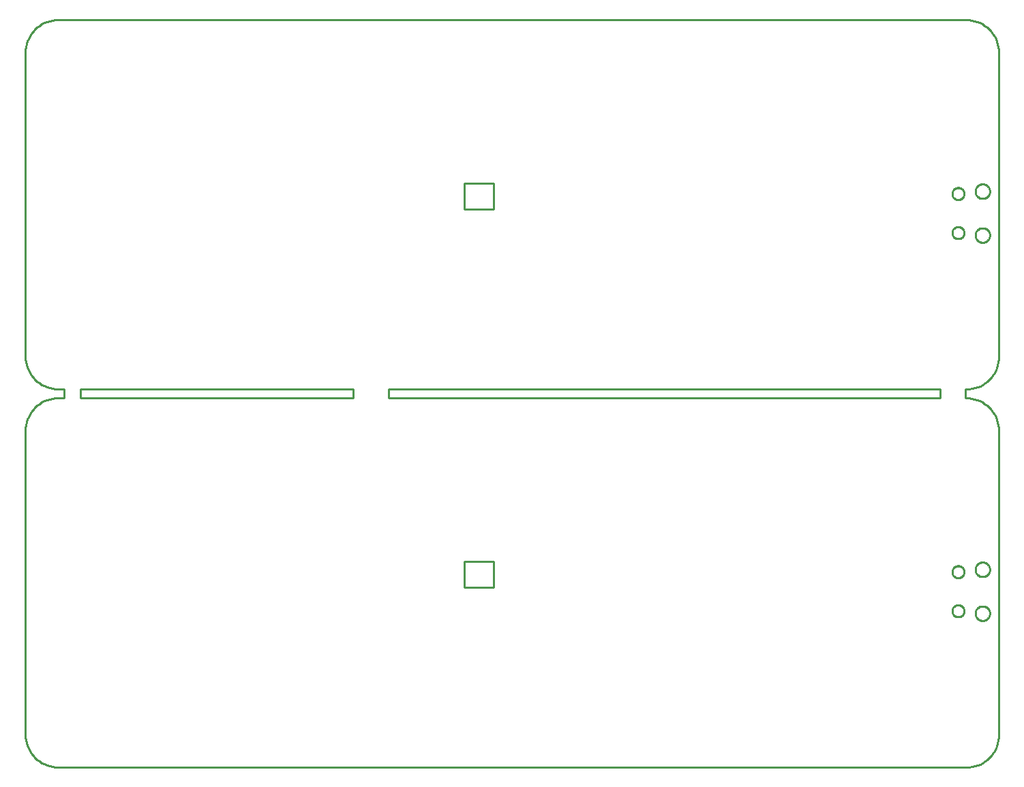
<source format=gbr>
G04 EAGLE Gerber RS-274X export*
G75*
%MOMM*%
%FSLAX34Y34*%
%LPD*%
%IN*%
%IPPOS*%
%AMOC8*
5,1,8,0,0,1.08239X$1,22.5*%
G01*
%ADD10C,0.254000*%


D10*
X391160Y-123190D02*
X391315Y-126732D01*
X391777Y-130247D01*
X392545Y-133708D01*
X393611Y-137090D01*
X394968Y-140365D01*
X396605Y-143510D01*
X398510Y-146500D01*
X400668Y-149313D01*
X403063Y-151927D01*
X405677Y-154322D01*
X408490Y-156480D01*
X411480Y-158385D01*
X414625Y-160022D01*
X417900Y-161379D01*
X421282Y-162445D01*
X424743Y-163213D01*
X428258Y-163675D01*
X431800Y-163830D01*
X1559560Y-163830D01*
X1563091Y-163676D01*
X1566595Y-163215D01*
X1570046Y-162450D01*
X1573416Y-161387D01*
X1576682Y-160034D01*
X1579817Y-158402D01*
X1582797Y-156503D01*
X1585601Y-154352D01*
X1588207Y-151964D01*
X1590595Y-149358D01*
X1592746Y-146554D01*
X1594645Y-143574D01*
X1596277Y-140439D01*
X1597630Y-137173D01*
X1598693Y-133803D01*
X1599458Y-130352D01*
X1599919Y-126848D01*
X1600073Y-123317D01*
X1600073Y254000D01*
X1599916Y257586D01*
X1599448Y261145D01*
X1598671Y264650D01*
X1597591Y268073D01*
X1596218Y271390D01*
X1594560Y274574D01*
X1592631Y277602D01*
X1590446Y280449D01*
X1588021Y283096D01*
X1585374Y285521D01*
X1582527Y287706D01*
X1579499Y289635D01*
X1576315Y291293D01*
X1572998Y292666D01*
X1569575Y293746D01*
X1566070Y294523D01*
X1562511Y294991D01*
X1558925Y295148D01*
X1558163Y295148D01*
X1558163Y306070D01*
X1559560Y306070D01*
X1563091Y306224D01*
X1566595Y306685D01*
X1570046Y307450D01*
X1573416Y308513D01*
X1576682Y309866D01*
X1579817Y311498D01*
X1582797Y313397D01*
X1585601Y315548D01*
X1588207Y317936D01*
X1590595Y320542D01*
X1592746Y323346D01*
X1594645Y326327D01*
X1596277Y329461D01*
X1597630Y332727D01*
X1598693Y336097D01*
X1599458Y339548D01*
X1599919Y343052D01*
X1600073Y346583D01*
X1600073Y723900D01*
X1599916Y727486D01*
X1599448Y731045D01*
X1598671Y734550D01*
X1597591Y737973D01*
X1596218Y741290D01*
X1594560Y744474D01*
X1592631Y747502D01*
X1590446Y750349D01*
X1588021Y752996D01*
X1585374Y755421D01*
X1582527Y757606D01*
X1579499Y759535D01*
X1576315Y761193D01*
X1572998Y762566D01*
X1569575Y763646D01*
X1566070Y764423D01*
X1562511Y764891D01*
X1558925Y765048D01*
X431800Y765048D01*
X428258Y764893D01*
X424743Y764431D01*
X421282Y763663D01*
X417900Y762597D01*
X414625Y761240D01*
X411480Y759603D01*
X408490Y757698D01*
X405677Y755540D01*
X403063Y753145D01*
X400668Y750531D01*
X398510Y747718D01*
X396605Y744728D01*
X394968Y741583D01*
X393611Y738308D01*
X392545Y734926D01*
X391777Y731465D01*
X391315Y727950D01*
X391160Y724408D01*
X391160Y346710D01*
X391315Y343168D01*
X391777Y339653D01*
X392545Y336192D01*
X393611Y332810D01*
X394968Y329535D01*
X396605Y326390D01*
X398510Y323400D01*
X400668Y320587D01*
X403063Y317973D01*
X405677Y315578D01*
X408490Y313420D01*
X411480Y311515D01*
X414625Y309878D01*
X417900Y308521D01*
X421282Y307455D01*
X424743Y306687D01*
X428258Y306225D01*
X431800Y306070D01*
X438785Y306070D01*
X438785Y295148D01*
X431800Y295148D01*
X428258Y294993D01*
X424743Y294531D01*
X421282Y293763D01*
X417900Y292697D01*
X414625Y291340D01*
X411480Y289703D01*
X408490Y287798D01*
X405677Y285640D01*
X403063Y283245D01*
X400668Y280631D01*
X398510Y277818D01*
X396605Y274828D01*
X394968Y271683D01*
X393611Y268408D01*
X392545Y265026D01*
X391777Y261565D01*
X391315Y258050D01*
X391160Y254508D01*
X391160Y-123190D01*
X936352Y59570D02*
X972674Y59570D01*
X972674Y91828D01*
X936352Y91828D01*
X936352Y59570D01*
X936352Y529470D02*
X972674Y529470D01*
X972674Y561728D01*
X936352Y561728D01*
X936352Y529470D01*
X841883Y295148D02*
X1527302Y295148D01*
X1527302Y306070D01*
X841883Y306070D01*
X841883Y295148D01*
X459105Y295148D02*
X798195Y295148D01*
X798195Y306070D01*
X459105Y306070D01*
X459105Y295148D01*
X1579457Y542760D02*
X1578674Y542829D01*
X1577900Y542965D01*
X1577141Y543168D01*
X1576403Y543437D01*
X1575690Y543769D01*
X1575010Y544162D01*
X1574366Y544613D01*
X1573764Y545118D01*
X1573208Y545674D01*
X1572703Y546276D01*
X1572252Y546920D01*
X1571859Y547600D01*
X1571527Y548313D01*
X1571258Y549051D01*
X1571055Y549810D01*
X1570919Y550584D01*
X1570850Y551367D01*
X1570850Y552153D01*
X1570919Y552936D01*
X1571055Y553710D01*
X1571258Y554469D01*
X1571527Y555207D01*
X1571859Y555920D01*
X1572252Y556600D01*
X1572703Y557244D01*
X1573208Y557846D01*
X1573764Y558402D01*
X1574366Y558907D01*
X1575010Y559358D01*
X1575690Y559751D01*
X1576403Y560083D01*
X1577141Y560352D01*
X1577900Y560555D01*
X1578674Y560692D01*
X1579457Y560760D01*
X1580243Y560760D01*
X1581026Y560692D01*
X1581800Y560555D01*
X1582559Y560352D01*
X1583297Y560083D01*
X1584010Y559751D01*
X1584690Y559358D01*
X1585334Y558907D01*
X1585936Y558402D01*
X1586492Y557846D01*
X1586997Y557244D01*
X1587448Y556600D01*
X1587841Y555920D01*
X1588173Y555207D01*
X1588442Y554469D01*
X1588645Y553710D01*
X1588782Y552936D01*
X1588850Y552153D01*
X1588850Y551367D01*
X1588782Y550584D01*
X1588645Y549810D01*
X1588442Y549051D01*
X1588173Y548313D01*
X1587841Y547600D01*
X1587448Y546920D01*
X1586997Y546276D01*
X1586492Y545674D01*
X1585936Y545118D01*
X1585334Y544613D01*
X1584690Y544162D01*
X1584010Y543769D01*
X1583297Y543437D01*
X1582559Y543168D01*
X1581800Y542965D01*
X1581026Y542829D01*
X1580243Y542760D01*
X1579457Y542760D01*
X1579457Y488260D02*
X1578674Y488329D01*
X1577900Y488465D01*
X1577141Y488668D01*
X1576403Y488937D01*
X1575690Y489269D01*
X1575010Y489662D01*
X1574366Y490113D01*
X1573764Y490618D01*
X1573208Y491174D01*
X1572703Y491776D01*
X1572252Y492420D01*
X1571859Y493100D01*
X1571527Y493813D01*
X1571258Y494551D01*
X1571055Y495310D01*
X1570919Y496084D01*
X1570850Y496867D01*
X1570850Y497653D01*
X1570919Y498436D01*
X1571055Y499210D01*
X1571258Y499969D01*
X1571527Y500707D01*
X1571859Y501420D01*
X1572252Y502100D01*
X1572703Y502744D01*
X1573208Y503346D01*
X1573764Y503902D01*
X1574366Y504407D01*
X1575010Y504858D01*
X1575690Y505251D01*
X1576403Y505583D01*
X1577141Y505852D01*
X1577900Y506055D01*
X1578674Y506192D01*
X1579457Y506260D01*
X1580243Y506260D01*
X1581026Y506192D01*
X1581800Y506055D01*
X1582559Y505852D01*
X1583297Y505583D01*
X1584010Y505251D01*
X1584690Y504858D01*
X1585334Y504407D01*
X1585936Y503902D01*
X1586492Y503346D01*
X1586997Y502744D01*
X1587448Y502100D01*
X1587841Y501420D01*
X1588173Y500707D01*
X1588442Y499969D01*
X1588645Y499210D01*
X1588782Y498436D01*
X1588850Y497653D01*
X1588850Y496867D01*
X1588782Y496084D01*
X1588645Y495310D01*
X1588442Y494551D01*
X1588173Y493813D01*
X1587841Y493100D01*
X1587448Y492420D01*
X1586997Y491776D01*
X1586492Y491174D01*
X1585936Y490618D01*
X1585334Y490113D01*
X1584690Y489662D01*
X1584010Y489269D01*
X1583297Y488937D01*
X1582559Y488668D01*
X1581800Y488465D01*
X1581026Y488329D01*
X1580243Y488260D01*
X1579457Y488260D01*
X1549182Y541260D02*
X1548448Y541332D01*
X1547725Y541476D01*
X1547020Y541690D01*
X1546339Y541972D01*
X1545690Y542319D01*
X1545077Y542729D01*
X1544507Y543196D01*
X1543986Y543717D01*
X1543519Y544287D01*
X1543109Y544900D01*
X1542762Y545549D01*
X1542480Y546230D01*
X1542266Y546935D01*
X1542122Y547658D01*
X1542050Y548392D01*
X1542050Y549128D01*
X1542122Y549862D01*
X1542266Y550585D01*
X1542480Y551290D01*
X1542762Y551971D01*
X1543109Y552620D01*
X1543519Y553233D01*
X1543986Y553803D01*
X1544507Y554324D01*
X1545077Y554791D01*
X1545690Y555201D01*
X1546339Y555548D01*
X1547020Y555830D01*
X1547725Y556044D01*
X1548448Y556188D01*
X1549182Y556260D01*
X1549918Y556260D01*
X1550652Y556188D01*
X1551375Y556044D01*
X1552080Y555830D01*
X1552761Y555548D01*
X1553410Y555201D01*
X1554023Y554791D01*
X1554593Y554324D01*
X1555114Y553803D01*
X1555581Y553233D01*
X1555991Y552620D01*
X1556338Y551971D01*
X1556620Y551290D01*
X1556834Y550585D01*
X1556978Y549862D01*
X1557050Y549128D01*
X1557050Y548392D01*
X1556978Y547658D01*
X1556834Y546935D01*
X1556620Y546230D01*
X1556338Y545549D01*
X1555991Y544900D01*
X1555581Y544287D01*
X1555114Y543717D01*
X1554593Y543196D01*
X1554023Y542729D01*
X1553410Y542319D01*
X1552761Y541972D01*
X1552080Y541690D01*
X1551375Y541476D01*
X1550652Y541332D01*
X1549918Y541260D01*
X1549182Y541260D01*
X1549182Y492760D02*
X1548448Y492832D01*
X1547725Y492976D01*
X1547020Y493190D01*
X1546339Y493472D01*
X1545690Y493819D01*
X1545077Y494229D01*
X1544507Y494696D01*
X1543986Y495217D01*
X1543519Y495787D01*
X1543109Y496400D01*
X1542762Y497049D01*
X1542480Y497730D01*
X1542266Y498435D01*
X1542122Y499158D01*
X1542050Y499892D01*
X1542050Y500628D01*
X1542122Y501362D01*
X1542266Y502085D01*
X1542480Y502790D01*
X1542762Y503471D01*
X1543109Y504120D01*
X1543519Y504733D01*
X1543986Y505303D01*
X1544507Y505824D01*
X1545077Y506291D01*
X1545690Y506701D01*
X1546339Y507048D01*
X1547020Y507330D01*
X1547725Y507544D01*
X1548448Y507688D01*
X1549182Y507760D01*
X1549918Y507760D01*
X1550652Y507688D01*
X1551375Y507544D01*
X1552080Y507330D01*
X1552761Y507048D01*
X1553410Y506701D01*
X1554023Y506291D01*
X1554593Y505824D01*
X1555114Y505303D01*
X1555581Y504733D01*
X1555991Y504120D01*
X1556338Y503471D01*
X1556620Y502790D01*
X1556834Y502085D01*
X1556978Y501362D01*
X1557050Y500628D01*
X1557050Y499892D01*
X1556978Y499158D01*
X1556834Y498435D01*
X1556620Y497730D01*
X1556338Y497049D01*
X1555991Y496400D01*
X1555581Y495787D01*
X1555114Y495217D01*
X1554593Y494696D01*
X1554023Y494229D01*
X1553410Y493819D01*
X1552761Y493472D01*
X1552080Y493190D01*
X1551375Y492976D01*
X1550652Y492832D01*
X1549918Y492760D01*
X1549182Y492760D01*
X1579457Y72860D02*
X1578674Y72929D01*
X1577900Y73065D01*
X1577141Y73268D01*
X1576403Y73537D01*
X1575690Y73869D01*
X1575010Y74262D01*
X1574366Y74713D01*
X1573764Y75218D01*
X1573208Y75774D01*
X1572703Y76376D01*
X1572252Y77020D01*
X1571859Y77700D01*
X1571527Y78413D01*
X1571258Y79151D01*
X1571055Y79910D01*
X1570919Y80684D01*
X1570850Y81467D01*
X1570850Y82253D01*
X1570919Y83036D01*
X1571055Y83810D01*
X1571258Y84569D01*
X1571527Y85307D01*
X1571859Y86020D01*
X1572252Y86700D01*
X1572703Y87344D01*
X1573208Y87946D01*
X1573764Y88502D01*
X1574366Y89007D01*
X1575010Y89458D01*
X1575690Y89851D01*
X1576403Y90183D01*
X1577141Y90452D01*
X1577900Y90655D01*
X1578674Y90792D01*
X1579457Y90860D01*
X1580243Y90860D01*
X1581026Y90792D01*
X1581800Y90655D01*
X1582559Y90452D01*
X1583297Y90183D01*
X1584010Y89851D01*
X1584690Y89458D01*
X1585334Y89007D01*
X1585936Y88502D01*
X1586492Y87946D01*
X1586997Y87344D01*
X1587448Y86700D01*
X1587841Y86020D01*
X1588173Y85307D01*
X1588442Y84569D01*
X1588645Y83810D01*
X1588782Y83036D01*
X1588850Y82253D01*
X1588850Y81467D01*
X1588782Y80684D01*
X1588645Y79910D01*
X1588442Y79151D01*
X1588173Y78413D01*
X1587841Y77700D01*
X1587448Y77020D01*
X1586997Y76376D01*
X1586492Y75774D01*
X1585936Y75218D01*
X1585334Y74713D01*
X1584690Y74262D01*
X1584010Y73869D01*
X1583297Y73537D01*
X1582559Y73268D01*
X1581800Y73065D01*
X1581026Y72929D01*
X1580243Y72860D01*
X1579457Y72860D01*
X1579457Y18360D02*
X1578674Y18429D01*
X1577900Y18565D01*
X1577141Y18768D01*
X1576403Y19037D01*
X1575690Y19369D01*
X1575010Y19762D01*
X1574366Y20213D01*
X1573764Y20718D01*
X1573208Y21274D01*
X1572703Y21876D01*
X1572252Y22520D01*
X1571859Y23200D01*
X1571527Y23913D01*
X1571258Y24651D01*
X1571055Y25410D01*
X1570919Y26184D01*
X1570850Y26967D01*
X1570850Y27753D01*
X1570919Y28536D01*
X1571055Y29310D01*
X1571258Y30069D01*
X1571527Y30807D01*
X1571859Y31520D01*
X1572252Y32200D01*
X1572703Y32844D01*
X1573208Y33446D01*
X1573764Y34002D01*
X1574366Y34507D01*
X1575010Y34958D01*
X1575690Y35351D01*
X1576403Y35683D01*
X1577141Y35952D01*
X1577900Y36155D01*
X1578674Y36292D01*
X1579457Y36360D01*
X1580243Y36360D01*
X1581026Y36292D01*
X1581800Y36155D01*
X1582559Y35952D01*
X1583297Y35683D01*
X1584010Y35351D01*
X1584690Y34958D01*
X1585334Y34507D01*
X1585936Y34002D01*
X1586492Y33446D01*
X1586997Y32844D01*
X1587448Y32200D01*
X1587841Y31520D01*
X1588173Y30807D01*
X1588442Y30069D01*
X1588645Y29310D01*
X1588782Y28536D01*
X1588850Y27753D01*
X1588850Y26967D01*
X1588782Y26184D01*
X1588645Y25410D01*
X1588442Y24651D01*
X1588173Y23913D01*
X1587841Y23200D01*
X1587448Y22520D01*
X1586997Y21876D01*
X1586492Y21274D01*
X1585936Y20718D01*
X1585334Y20213D01*
X1584690Y19762D01*
X1584010Y19369D01*
X1583297Y19037D01*
X1582559Y18768D01*
X1581800Y18565D01*
X1581026Y18429D01*
X1580243Y18360D01*
X1579457Y18360D01*
X1549182Y71360D02*
X1548448Y71432D01*
X1547725Y71576D01*
X1547020Y71790D01*
X1546339Y72072D01*
X1545690Y72419D01*
X1545077Y72829D01*
X1544507Y73296D01*
X1543986Y73817D01*
X1543519Y74387D01*
X1543109Y75000D01*
X1542762Y75649D01*
X1542480Y76330D01*
X1542266Y77035D01*
X1542122Y77758D01*
X1542050Y78492D01*
X1542050Y79228D01*
X1542122Y79962D01*
X1542266Y80685D01*
X1542480Y81390D01*
X1542762Y82071D01*
X1543109Y82720D01*
X1543519Y83333D01*
X1543986Y83903D01*
X1544507Y84424D01*
X1545077Y84891D01*
X1545690Y85301D01*
X1546339Y85648D01*
X1547020Y85930D01*
X1547725Y86144D01*
X1548448Y86288D01*
X1549182Y86360D01*
X1549918Y86360D01*
X1550652Y86288D01*
X1551375Y86144D01*
X1552080Y85930D01*
X1552761Y85648D01*
X1553410Y85301D01*
X1554023Y84891D01*
X1554593Y84424D01*
X1555114Y83903D01*
X1555581Y83333D01*
X1555991Y82720D01*
X1556338Y82071D01*
X1556620Y81390D01*
X1556834Y80685D01*
X1556978Y79962D01*
X1557050Y79228D01*
X1557050Y78492D01*
X1556978Y77758D01*
X1556834Y77035D01*
X1556620Y76330D01*
X1556338Y75649D01*
X1555991Y75000D01*
X1555581Y74387D01*
X1555114Y73817D01*
X1554593Y73296D01*
X1554023Y72829D01*
X1553410Y72419D01*
X1552761Y72072D01*
X1552080Y71790D01*
X1551375Y71576D01*
X1550652Y71432D01*
X1549918Y71360D01*
X1549182Y71360D01*
X1549182Y22860D02*
X1548448Y22932D01*
X1547725Y23076D01*
X1547020Y23290D01*
X1546339Y23572D01*
X1545690Y23919D01*
X1545077Y24329D01*
X1544507Y24796D01*
X1543986Y25317D01*
X1543519Y25887D01*
X1543109Y26500D01*
X1542762Y27149D01*
X1542480Y27830D01*
X1542266Y28535D01*
X1542122Y29258D01*
X1542050Y29992D01*
X1542050Y30728D01*
X1542122Y31462D01*
X1542266Y32185D01*
X1542480Y32890D01*
X1542762Y33571D01*
X1543109Y34220D01*
X1543519Y34833D01*
X1543986Y35403D01*
X1544507Y35924D01*
X1545077Y36391D01*
X1545690Y36801D01*
X1546339Y37148D01*
X1547020Y37430D01*
X1547725Y37644D01*
X1548448Y37788D01*
X1549182Y37860D01*
X1549918Y37860D01*
X1550652Y37788D01*
X1551375Y37644D01*
X1552080Y37430D01*
X1552761Y37148D01*
X1553410Y36801D01*
X1554023Y36391D01*
X1554593Y35924D01*
X1555114Y35403D01*
X1555581Y34833D01*
X1555991Y34220D01*
X1556338Y33571D01*
X1556620Y32890D01*
X1556834Y32185D01*
X1556978Y31462D01*
X1557050Y30728D01*
X1557050Y29992D01*
X1556978Y29258D01*
X1556834Y28535D01*
X1556620Y27830D01*
X1556338Y27149D01*
X1555991Y26500D01*
X1555581Y25887D01*
X1555114Y25317D01*
X1554593Y24796D01*
X1554023Y24329D01*
X1553410Y23919D01*
X1552761Y23572D01*
X1552080Y23290D01*
X1551375Y23076D01*
X1550652Y22932D01*
X1549918Y22860D01*
X1549182Y22860D01*
M02*

</source>
